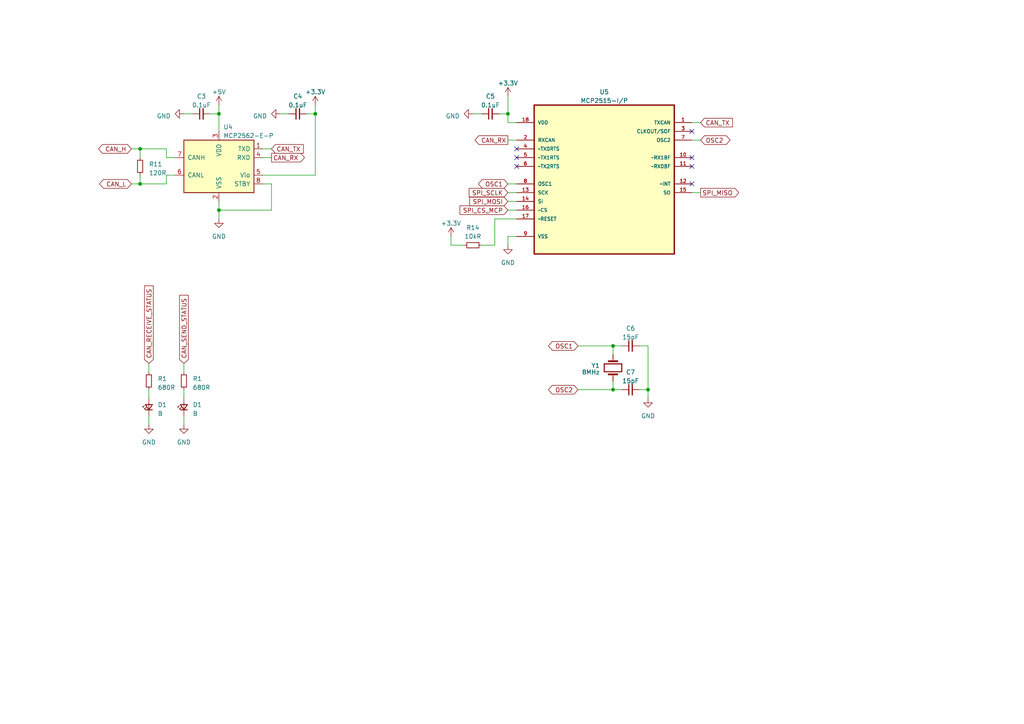
<source format=kicad_sch>
(kicad_sch (version 20231120) (generator "eeschema") (generator_version "8.0")
  (paper "A4")
  (lib_symbols
    (symbol "Device:C_Small" (pin_numbers hide) (pin_names (offset 0.254) hide)
      (property "Reference" "C" (at 0.254 1.778 0))
      (property "Value" "C_Small" (at 0.254 -2.032 0))
      (symbol "C_Small_0_1"
        (polyline (pts (xy -1.524 -0.508) (xy 1.524 -0.508)) (stroke (width 0.3302)))
        (polyline (pts (xy -1.524 0.508) (xy 1.524 0.508)) (stroke (width 0.3048)))
      )
      (symbol "C_Small_1_1"
        (pin passive line (at 0 2.54 270) (length 2.032) (name "~") (number "1"))
        (pin passive line (at 0 -2.54 90) (length 2.032) (name "~") (number "2"))
      )
    )
    (symbol "Device:Crystal" (pin_numbers hide) (pin_names (offset 1.016) hide)
      (property "Reference" "Y" (at 0 3.81 0))
      (property "Value" "Crystal" (at 0 -3.81 0))
      (symbol "Crystal_0_1"
        (rectangle (start -1.143 2.54) (end 1.143 -2.54) (stroke (width 0.3048)))
        (polyline (pts (xy -2.54 0) (xy -1.905 0)))
        (polyline (pts (xy -1.905 -1.27) (xy -1.905 1.27)) (stroke (width 0.508)))
        (polyline (pts (xy 1.905 -1.27) (xy 1.905 1.27)) (stroke (width 0.508)))
        (polyline (pts (xy 2.54 0) (xy 1.905 0)))
      )
      (symbol "Crystal_1_1"
        (pin passive line (at -3.81 0 0) (length 1.27) (name "1") (number "1"))
        (pin passive line (at 3.81 0 180) (length 1.27) (name "2") (number "2"))
      )
    )
    (symbol "Device:LED_Small" (pin_numbers hide) (pin_names (offset 0.254) hide)
      (property "Reference" "D" (at -1.27 3.175 0))
      (property "Value" "LED_Small" (at -4.445 -2.54 0))
      (symbol "LED_Small_0_1"
        (polyline (pts (xy -0.762 -1.016) (xy -0.762 1.016)) (stroke (width 0.254)))
        (polyline (pts (xy 1.016 0) (xy -0.762 0)))
        (polyline (pts (xy 0.762 -1.016) (xy -0.762 0) (xy 0.762 1.016) (xy 0.762 -1.016)) (stroke (width 0.254)))
        (polyline (pts (xy 0 0.762) (xy -0.508 1.27) (xy -0.254 1.27) (xy -0.508 1.27) (xy -0.508 1.016)))
        (polyline (pts (xy 0.508 1.27) (xy 0 1.778) (xy 0.254 1.778) (xy 0 1.778) (xy 0 1.524)))
      )
      (symbol "LED_Small_1_1"
        (pin passive line (at -2.54 0 0) (length 1.778) (name "K") (number "1"))
        (pin passive line (at 2.54 0 180) (length 1.778) (name "A") (number "2"))
      )
    )
    (symbol "Device:R_Small" (pin_numbers hide) (pin_names (offset 0.254) hide)
      (property "Reference" "R" (at 0.762 0.508 0))
      (property "Value" "R_Small" (at 0.762 -1.016 0))
      (symbol "R_Small_0_1"
        (rectangle (start -0.762 1.778) (end 0.762 -1.778) (stroke (width 0.2032)))
      )
      (symbol "R_Small_1_1"
        (pin passive line (at 0 2.54 270) (length 0.762) (name "~") (number "1"))
        (pin passive line (at 0 -2.54 90) (length 0.762) (name "~") (number "2"))
      )
    )
    (symbol "Interface_CAN_LIN:MCP2562-E-P" (pin_names (offset 1.016))
      (property "Reference" "U" (at -10.16 8.89 0))
      (property "Value" "MCP2562-E-P" (at 2.54 8.89 0))
      (symbol "MCP2562-E-P_0_1"
        (rectangle (start -10.16 7.62) (end 10.16 -7.62) (stroke (width 0.254)) (fill (type background)))
      )
      (symbol "MCP2562-E-P_1_1"
        (pin input line (at -12.7 5.08 0) (length 2.54) (name "TXD") (number "1"))
        (pin power_in line (at 0 -10.16 90) (length 2.54) (name "VSS") (number "2"))
        (pin power_in line (at 0 10.16 270) (length 2.54) (name "VDD") (number "3"))
        (pin output line (at -12.7 2.54 0) (length 2.54) (name "RXD") (number "4"))
        (pin power_in line (at -12.7 -2.54 0) (length 2.54) (name "Vio") (number "5"))
        (pin bidirectional line (at 12.7 -2.54 180) (length 2.54) (name "CANL") (number "6"))
        (pin bidirectional line (at 12.7 2.54 180) (length 2.54) (name "CANH") (number "7"))
        (pin input line (at -12.7 -5.08 0) (length 2.54) (name "STBY") (number "8"))
      )
    )
    (symbol "MCP2515-I_P:MCP2515-I/P" (pin_names (offset 1.016))
      (property "Reference" "U" (at -5.1308 20.2692 0))
      (property "Value" "MCP2515-I{slash}P" (at -5.2324 -29.718 0))
      (symbol "MCP2515-I/P_0_0"
        (rectangle (start -20.32 -25.4) (end 20.32 17.78) (stroke (width 0.4064)) (fill (type background)))
        (pin output line (at 25.4 12.7 180) (length 5.08) (name "TXCAN") (number "1"))
        (pin output line (at 25.4 2.54 180) (length 5.08) (name "~RX1BF") (number "10"))
        (pin output line (at 25.4 0 180) (length 5.08) (name "~RX0BF") (number "11"))
        (pin output line (at 25.4 -5.08 180) (length 5.08) (name "~INT") (number "12"))
        (pin input line (at -25.4 -7.62 0) (length 5.08) (name "SCK") (number "13"))
        (pin input line (at -25.4 -10.16 0) (length 5.08) (name "SI") (number "14"))
        (pin output line (at 25.4 -7.62 180) (length 5.08) (name "SO") (number "15"))
        (pin input line (at -25.4 -12.7 0) (length 5.08) (name "~CS") (number "16"))
        (pin input line (at -25.4 -15.24 0) (length 5.08) (name "~RESET") (number "17"))
        (pin power_in line (at -25.4 12.7 0) (length 5.08) (name "VDD") (number "18"))
        (pin input line (at -25.4 7.62 0) (length 5.08) (name "RXCAN") (number "2"))
        (pin output line (at 25.4 10.16 180) (length 5.08) (name "CLKOUT/SOF") (number "3"))
        (pin input line (at -25.4 5.08 0) (length 5.08) (name "~TX0RTS") (number "4"))
        (pin input line (at -25.4 2.54 0) (length 5.08) (name "~TX1RTS") (number "5"))
        (pin input line (at -25.4 0 0) (length 5.08) (name "~TX2RTS") (number "6"))
        (pin output line (at 25.4 7.62 180) (length 5.08) (name "OSC2") (number "7"))
        (pin input line (at -25.4 -5.08 0) (length 5.08) (name "OSC1") (number "8"))
        (pin power_in line (at -25.4 -20.32 0) (length 5.08) (name "VSS") (number "9"))
      )
    )
    (symbol "power:+3.3V" (power) (pin_names (offset 0))
      (property "Value" "+3.3V" (at 0 3.556 0))
      (symbol "+3.3V_0_1"
        (polyline (pts (xy -0.762 1.27) (xy 0 2.54)))
        (polyline (pts (xy 0 0) (xy 0 2.54)))
        (polyline (pts (xy 0 2.54) (xy 0.762 1.27)))
      )
      (symbol "+3.3V_1_1"
        (pin power_in line (at 0 0 90) (length 0) hide (name "+3.3V") (number "1"))
      )
    )
    (symbol "power:+5V" (power) (pin_names (offset 0))
      (property "Value" "+5V" (at 0 3.556 0))
      (symbol "+5V_0_1"
        (polyline (pts (xy -0.762 1.27) (xy 0 2.54)))
        (polyline (pts (xy 0 0) (xy 0 2.54)))
        (polyline (pts (xy 0 2.54) (xy 0.762 1.27)))
      )
      (symbol "+5V_1_1"
        (pin power_in line (at 0 0 90) (length 0) hide (name "+5V") (number "1"))
      )
    )
    (symbol "power:GND" (power) (pin_names (offset 0))
      (property "Value" "GND" (at 0 -3.81 0))
      (symbol "GND_0_1"
        (polyline (pts (xy 0 0) (xy 0 -1.27) (xy 1.27 -1.27) (xy 0 -2.54) (xy -1.27 -1.27) (xy 0 -1.27)))
      )
      (symbol "GND_1_1"
        (pin power_in line (at 0 0 270) (length 0) hide (name "GND") (number "1"))
      )
    )
  )
  (junction (at 187.96 113.03))
  (junction (at 177.8 113.03))
  (junction (at 147.32 33.02))
  (junction (at 63.5 33.02))
  (junction (at 91.44 33.02))
  (junction (at 40.64 43.18))
  (junction (at 177.8 100.33))
  (junction (at 63.5 60.96))
  (junction (at 40.64 53.34))
  (no_connect (at 149.86 45.72))
  (no_connect (at 149.86 43.18))
  (no_connect (at 200.66 53.34))
  (no_connect (at 200.66 45.72))
  (no_connect (at 200.66 48.26))
  (no_connect (at 200.66 38.1))
  (no_connect (at 149.86 48.26))
  (wire (pts (xy 137.16 33.02) (xy 139.7 33.02)))
  (wire (pts (xy 63.5 60.96) (xy 63.5 63.5)))
  (wire (pts (xy 63.5 30.48) (xy 63.5 33.02)))
  (wire (pts (xy 63.5 58.42) (xy 63.5 60.96)))
  (wire (pts (xy 43.18 113.03) (xy 43.18 115.57)))
  (wire (pts (xy 78.74 60.96) (xy 63.5 60.96)))
  (wire (pts (xy 76.2 50.8) (xy 91.44 50.8)))
  (wire (pts (xy 147.32 40.64) (xy 149.86 40.64)))
  (wire (pts (xy 76.2 45.72) (xy 78.74 45.72)))
  (wire (pts (xy 40.64 53.34) (xy 48.26 53.34)))
  (wire (pts (xy 147.32 60.96) (xy 149.86 60.96)))
  (wire (pts (xy 177.8 100.33) (xy 180.34 100.33)))
  (wire (pts (xy 40.64 43.18) (xy 40.64 45.72)))
  (wire (pts (xy 200.66 40.64) (xy 203.2 40.64)))
  (wire (pts (xy 177.8 113.03) (xy 180.34 113.03)))
  (wire (pts (xy 60.96 33.02) (xy 63.5 33.02)))
  (wire (pts (xy 43.18 120.65) (xy 43.18 123.19)))
  (wire (pts (xy 50.8 50.8) (xy 48.26 50.8)))
  (wire (pts (xy 147.32 58.42) (xy 149.86 58.42)))
  (wire (pts (xy 185.42 100.33) (xy 187.96 100.33)))
  (wire (pts (xy 130.81 71.12) (xy 130.81 68.58)))
  (wire (pts (xy 187.96 115.57) (xy 187.96 113.03)))
  (wire (pts (xy 200.66 35.56) (xy 203.2 35.56)))
  (wire (pts (xy 147.32 27.94) (xy 147.32 33.02)))
  (wire (pts (xy 53.34 105.41) (xy 53.34 107.95)))
  (wire (pts (xy 38.1 53.34) (xy 40.64 53.34)))
  (wire (pts (xy 147.32 68.58) (xy 149.86 68.58)))
  (wire (pts (xy 143.51 63.5) (xy 143.51 71.12)))
  (wire (pts (xy 144.78 33.02) (xy 147.32 33.02)))
  (wire (pts (xy 48.26 50.8) (xy 48.26 53.34)))
  (wire (pts (xy 40.64 43.18) (xy 48.26 43.18)))
  (wire (pts (xy 53.34 113.03) (xy 53.34 115.57)))
  (wire (pts (xy 147.32 55.88) (xy 149.86 55.88)))
  (wire (pts (xy 91.44 33.02) (xy 91.44 50.8)))
  (wire (pts (xy 177.8 102.87) (xy 177.8 100.33)))
  (wire (pts (xy 147.32 35.56) (xy 149.86 35.56)))
  (wire (pts (xy 81.28 33.02) (xy 83.82 33.02)))
  (wire (pts (xy 48.26 45.72) (xy 48.26 43.18)))
  (wire (pts (xy 76.2 43.18) (xy 78.74 43.18)))
  (wire (pts (xy 177.8 110.49) (xy 177.8 113.03)))
  (wire (pts (xy 78.74 53.34) (xy 78.74 60.96)))
  (wire (pts (xy 149.86 63.5) (xy 143.51 63.5)))
  (wire (pts (xy 38.1 43.18) (xy 40.64 43.18)))
  (wire (pts (xy 88.9 33.02) (xy 91.44 33.02)))
  (wire (pts (xy 147.32 53.34) (xy 149.86 53.34)))
  (wire (pts (xy 40.64 50.8) (xy 40.64 53.34)))
  (wire (pts (xy 53.34 33.02) (xy 55.88 33.02)))
  (wire (pts (xy 147.32 33.02) (xy 147.32 35.56)))
  (wire (pts (xy 167.64 113.03) (xy 177.8 113.03)))
  (wire (pts (xy 200.66 55.88) (xy 203.2 55.88)))
  (wire (pts (xy 167.64 100.33) (xy 177.8 100.33)))
  (wire (pts (xy 187.96 113.03) (xy 187.96 100.33)))
  (wire (pts (xy 91.44 30.48) (xy 91.44 33.02)))
  (wire (pts (xy 185.42 113.03) (xy 187.96 113.03)))
  (wire (pts (xy 43.18 105.41) (xy 43.18 107.95)))
  (wire (pts (xy 143.51 71.12) (xy 139.7 71.12)))
  (wire (pts (xy 130.81 71.12) (xy 134.62 71.12)))
  (wire (pts (xy 50.8 45.72) (xy 48.26 45.72)))
  (wire (pts (xy 147.32 71.12) (xy 147.32 68.58)))
  (wire (pts (xy 76.2 53.34) (xy 78.74 53.34)))
  (wire (pts (xy 53.34 120.65) (xy 53.34 123.19)))
  (wire (pts (xy 63.5 33.02) (xy 63.5 38.1)))
  (global_label "CAN_TX" (shape input) (at 203.2 35.56 0) (property "Intersheetrefs" "${INTERSHEET_REFS}" (effects (hide yes))))
  (global_label "CAN_L" (shape bidirectional) (at 38.1 53.34 180) (property "Intersheetrefs" "${INTERSHEET_REFS}" (effects (hide yes))))
  (global_label "OSC1" (shape bidirectional) (at 167.64 100.33 180) (property "Intersheetrefs" "${INTERSHEET_REFS}" (effects (hide yes))))
  (global_label "CAN_H" (shape bidirectional) (at 38.1 43.18 180) (property "Intersheetrefs" "${INTERSHEET_REFS}" (effects (hide yes))))
  (global_label "OSC1" (shape bidirectional) (at 147.32 53.34 180) (property "Intersheetrefs" "${INTERSHEET_REFS}" (effects (hide yes))))
  (global_label "CAN_SEND_STATUS" (shape input) (at 53.34 105.41 90) (property "Intersheetrefs" "${INTERSHEET_REFS}" (effects (hide yes))))
  (global_label "CAN_RECEIVE_STATUS" (shape input) (at 43.18 105.41 90) (property "Intersheetrefs" "${INTERSHEET_REFS}" (effects (hide yes))))
  (global_label "CAN_TX" (shape input) (at 78.74 43.18 0) (property "Intersheetrefs" "${INTERSHEET_REFS}" (effects (hide yes))))
  (global_label "SPI_SCLK" (shape input) (at 147.32 55.88 180) (property "Intersheetrefs" "${INTERSHEET_REFS}" (effects (hide yes))))
  (global_label "SPI_CS_MCP" (shape input) (at 147.32 60.96 180) (property "Intersheetrefs" "${INTERSHEET_REFS}" (effects (hide yes))))
  (global_label "CAN_RX" (shape output) (at 78.74 45.72 0) (property "Intersheetrefs" "${INTERSHEET_REFS}" (effects (hide yes))))
  (global_label "SPI_MOSI" (shape input) (at 147.32 58.42 180) (property "Intersheetrefs" "${INTERSHEET_REFS}" (effects (hide yes))))
  (global_label "CAN_RX" (shape output) (at 147.32 40.64 180) (property "Intersheetrefs" "${INTERSHEET_REFS}" (effects (hide yes))))
  (global_label "OSC2" (shape bidirectional) (at 203.2 40.64 0) (property "Intersheetrefs" "${INTERSHEET_REFS}" (effects (hide yes))))
  (global_label "SPI_MISO" (shape output) (at 203.2 55.88 0) (property "Intersheetrefs" "${INTERSHEET_REFS}" (effects (hide yes))))
  (global_label "OSC2" (shape bidirectional) (at 167.64 113.03 180) (property "Intersheetrefs" "${INTERSHEET_REFS}" (effects (hide yes))))
  (symbol (lib_id "Device:LED_Small") (at 43.18 118.11 90) (unit 1)
    (property "Reference" "D1" (at 45.72 117.4115 90) (effects (justify right)))
    (property "Value" "B" (at 45.72 119.9515 90) (effects (justify right)))
    (property "Footprint" "LED_SMD:LED_0603_1608Metric_Pad1.05x0.95mm_HandSolder" (effects (hide yes)))
    (property "Datasheet" "https://akizukidenshi.com/catalog/g/gI-03982/" (effects (hide yes)))
    (instances (project "FlightModule" (path "" (reference "D1") (unit 1)) (path "" (reference "D6") (unit 1))) (project "SensingModule" (path "" (reference "D5") (unit 1))))
  )
  (symbol (lib_id "Device:LED_Small") (at 53.34 118.11 90) (unit 1)
    (property "Reference" "D1" (at 55.88 117.4115 90) (effects (justify right)))
    (property "Value" "B" (at 55.88 119.9515 90) (effects (justify right)))
    (property "Footprint" "LED_SMD:LED_0603_1608Metric_Pad1.05x0.95mm_HandSolder" (effects (hide yes)))
    (property "Datasheet" "https://akizukidenshi.com/catalog/g/gI-03982/" (effects (hide yes)))
    (instances (project "FlightModule" (path "" (reference "D1") (unit 1)) (path "" (reference "D7") (unit 1))) (project "SensingModule" (path "" (reference "D6") (unit 1))))
  )
  (symbol (lib_id "power:GND") (at 81.28 33.02 270) (unit 1)
    (property "Reference" "#PWR025" (effects (hide yes)))
    (property "Value" "GND" (at 77.47 33.655 90) (effects (justify right)))
    (instances (project "FlightModule" (path "" (reference "#PWR025") (unit 1))) (project "SensingModule" (path "" (reference "#PWR019") (unit 1))) (project "SystemData" (path "" (reference "#PWR06") (unit 1))))
  )
  (symbol (lib_id "power:+5V") (at 63.5 30.48 0) (unit 1)
    (property "Reference" "#PWR023" (effects (hide yes)))
    (property "Value" "+5V" (at 63.5 26.67 0))
    (instances (project "FlightModule" (path "" (reference "#PWR023") (unit 1))) (project "SensingModule" (path "" (reference "#PWR017") (unit 1))) (project "SystemData" (path "" (reference "#PWR07") (unit 1))))
  )
  (symbol (lib_id "power:GND") (at 43.18 123.19 0) (unit 1)
    (property "Reference" "#PWR037" (effects (hide yes)))
    (property "Value" "GND" (at 43.18 128.27 0))
    (instances (project "FlightModule" (path "" (reference "#PWR037") (unit 1)) (path "" (reference "#PWR020") (unit 1))) (project "SensingModule" (path "" (reference "#PWR014") (unit 1))) (project "SystemData" (path "" (reference "#PWR021") (unit 1))))
  )
  (symbol (lib_id "Device:Crystal") (at 177.8 106.68 270) (mirror x) (unit 1)
    (property "Reference" "Y1" (at 173.99 106.045 90) (effects (justify right)))
    (property "Value" "8MHz" (at 173.99 107.95 90) (effects (justify right)))
    (property "Footprint" "Crystal:Crystal_SMD_HC49-SD" (effects (hide yes)))
    (property "Datasheet" "https://akizukidenshi.com/catalog/g/gP-08667/" (effects (hide yes)))
  )
  (symbol (lib_id "power:GND") (at 53.34 33.02 270) (unit 1)
    (property "Reference" "#PWR021" (effects (hide yes)))
    (property "Value" "GND" (at 49.53 33.655 90) (effects (justify right)))
    (instances (project "FlightModule" (path "" (reference "#PWR021") (unit 1))) (project "SensingModule" (path "" (reference "#PWR015") (unit 1))) (project "SystemData" (path "" (reference "#PWR06") (unit 1))))
  )
  (symbol (lib_id "power:+3.3V") (at 147.32 27.94 0) (unit 1)
    (property "Reference" "#PWR029" (effects (hide yes)))
    (property "Value" "+3.3V" (at 147.32 24.13 0))
    (instances (project "FlightModule" (path "" (reference "#PWR029") (unit 1))) (project "SensingModule" (path "" (reference "#PWR023") (unit 1))) (project "SystemData" (path "" (reference "#PWR016") (unit 1))))
  )
  (symbol (lib_id "Device:C_Small") (at 182.88 100.33 90) (unit 1)
    (property "Reference" "C6" (at 182.8863 95.25 90))
    (property "Value" "15pF" (at 182.8863 97.79 90))
    (property "Footprint" "Capacitor_SMD:C_0603_1608Metric_Pad1.08x0.95mm_HandSolder" (effects (hide yes)))
    (property "Datasheet" "https://akizukidenshi.com/catalog/g/gP-16143/" (effects (hide yes)))
    (instances (project "FlightModule" (path "" (reference "C6") (unit 1))) (project "SensingModule" (path "" (reference "C7") (unit 1))))
  )
  (symbol (lib_id "power:+3.3V") (at 130.81 68.58 0) (unit 1)
    (property "Reference" "#PWR027" (effects (hide yes)))
    (property "Value" "+3.3V" (at 130.81 64.77 0))
    (instances (project "FlightModule" (path "" (reference "#PWR027") (unit 1))) (project "SensingModule" (path "" (reference "#PWR021") (unit 1))) (project "SystemData" (path "" (reference "#PWR015") (unit 1))))
  )
  (symbol (lib_id "power:+3.3V") (at 91.44 30.48 0) (unit 1)
    (property "Reference" "#PWR026" (effects (hide yes)))
    (property "Value" "+3.3V" (at 91.44 26.67 0))
    (instances (project "FlightModule" (path "" (reference "#PWR026") (unit 1))) (project "SensingModule" (path "" (reference "#PWR020") (unit 1))) (project "SystemData" (path "" (reference "#PWR012") (unit 1))))
  )
  (symbol (lib_id "power:GND") (at 147.32 71.12 0) (unit 1)
    (property "Reference" "#PWR030" (effects (hide yes)))
    (property "Value" "GND" (at 147.32 76.2 0))
    (instances (project "FlightModule" (path "" (reference "#PWR030") (unit 1))) (project "SensingModule" (path "" (reference "#PWR024") (unit 1))) (project "SystemData" (path "" (reference "#PWR017") (unit 1))))
  )
  (symbol (lib_id "Interface_CAN_LIN:MCP2562-E-P") (at 63.5 48.26 0) (mirror y) (unit 1)
    (property "Reference" "U4" (at 64.77 36.83 0) (effects (justify right)))
    (property "Value" "MCP2562-E-P" (at 64.77 39.37 0) (effects (justify right)))
    (property "Footprint" "Package_DIP:DIP-8_W7.62mm" (effects (hide yes)))
    (property "Datasheet" "https://akizukidenshi.com/catalog/g/gI-14383/" (effects (hide yes)))
    (instances (project "FlightModule" (path "" (reference "U4") (unit 1))) (project "SensingModule" (path "" (reference "U3") (unit 1))) (project "SystemData" (path "" (reference "U1") (unit 1))))
  )
  (symbol (lib_id "Device:R_Small") (at 137.16 71.12 90) (unit 1)
    (property "Reference" "R14" (at 137.16 66.04 90))
    (property "Value" "10kR" (at 137.16 68.58 90))
    (property "Footprint" "Resistor_SMD:R_0603_1608Metric_Pad0.98x0.95mm_HandSolder" (effects (hide yes)))
    (property "Datasheet" "https://www.chip1stop.com/view/dispDetail/DispDetail?partId=ROHM-0021098" (effects (hide yes)))
    (instances (project "FlightModule" (path "" (reference "R14") (unit 1))) (project "SensingModule" (path "" (reference "R9") (unit 1))))
  )
  (symbol (lib_id "power:GND") (at 53.34 123.19 0) (unit 1)
    (property "Reference" "#PWR037" (effects (hide yes)))
    (property "Value" "GND" (at 53.34 128.27 0))
    (instances (project "FlightModule" (path "" (reference "#PWR037") (unit 1)) (path "" (reference "#PWR022") (unit 1))) (project "SensingModule" (path "" (reference "#PWR016") (unit 1))) (project "SystemData" (path "" (reference "#PWR021") (unit 1))))
  )
  (symbol (lib_id "power:GND") (at 187.96 115.57 0) (unit 1)
    (property "Reference" "#PWR031" (effects (hide yes)))
    (property "Value" "GND" (at 187.96 120.65 0))
    (instances (project "FlightModule" (path "" (reference "#PWR031") (unit 1))) (project "SensingModule" (path "" (reference "#PWR025") (unit 1))) (project "SystemData" (path "" (reference "#PWR025") (unit 1))))
  )
  (symbol (lib_id "power:GND") (at 63.5 63.5 0) (unit 1)
    (property "Reference" "#PWR024" (effects (hide yes)))
    (property "Value" "GND" (at 63.5 68.58 0))
    (instances (project "FlightModule" (path "" (reference "#PWR024") (unit 1))) (project "SensingModule" (path "" (reference "#PWR018") (unit 1))) (project "SystemData" (path "" (reference "#PWR08") (unit 1))))
  )
  (symbol (lib_id "Device:C_Small") (at 58.42 33.02 90) (unit 1)
    (property "Reference" "C3" (at 58.4263 27.94 90))
    (property "Value" "0.1uF" (at 58.4263 30.48 90))
    (property "Footprint" "Capacitor_SMD:C_0603_1608Metric_Pad1.08x0.95mm_HandSolder" (effects (hide yes)))
    (property "Datasheet" "https://akizukidenshi.com/catalog/g/gP-16143/" (effects (hide yes)))
    (instances (project "FlightModule" (path "" (reference "C3") (unit 1))) (project "SensingModule" (path "" (reference "C4") (unit 1))))
  )
  (symbol (lib_id "Device:R_Small") (at 53.34 110.49 0) (unit 1)
    (property "Reference" "R1" (at 55.88 109.855 0) (effects (justify left)))
    (property "Value" "680R" (at 55.88 112.395 0) (effects (justify left)))
    (property "Footprint" "Resistor_SMD:R_0603_1608Metric_Pad0.98x0.95mm_HandSolder" (effects (hide yes)))
    (property "Datasheet" "https://www.chip1stop.com/view/dispDetail/DispDetail?partId=ROHM-0040175" (effects (hide yes)))
    (instances (project "FlightModule" (path "" (reference "R1") (unit 1)) (path "" (reference "R13") (unit 1))) (project "SensingModule" (path "" (reference "R8") (unit 1))))
  )
  (symbol (lib_id "Device:C_Small") (at 182.88 113.03 90) (unit 1)
    (property "Reference" "C7" (at 182.8863 107.95 90))
    (property "Value" "15pF" (at 182.8863 110.49 90))
    (property "Footprint" "Capacitor_SMD:C_0603_1608Metric_Pad1.08x0.95mm_HandSolder" (effects (hide yes)))
    (property "Datasheet" "https://akizukidenshi.com/catalog/g/gP-16143/" (effects (hide yes)))
    (instances (project "FlightModule" (path "" (reference "C7") (unit 1))) (project "SensingModule" (path "" (reference "C8") (unit 1))))
  )
  (symbol (lib_id "Device:R_Small") (at 43.18 110.49 0) (unit 1)
    (property "Reference" "R1" (at 45.72 109.855 0) (effects (justify left)))
    (property "Value" "680R" (at 45.72 112.395 0) (effects (justify left)))
    (property "Footprint" "Resistor_SMD:R_0603_1608Metric_Pad0.98x0.95mm_HandSolder" (effects (hide yes)))
    (property "Datasheet" "https://www.chip1stop.com/view/dispDetail/DispDetail?partId=ROHM-0040175" (effects (hide yes)))
    (instances (project "FlightModule" (path "" (reference "R1") (unit 1)) (path "" (reference "R12") (unit 1))) (project "SensingModule" (path "" (reference "R7") (unit 1))))
  )
  (symbol (lib_id "Device:C_Small") (at 142.24 33.02 90) (unit 1)
    (property "Reference" "C5" (at 142.2463 27.94 90))
    (property "Value" "0.1uF" (at 142.2463 30.48 90))
    (property "Footprint" "Capacitor_SMD:C_0603_1608Metric_Pad1.08x0.95mm_HandSolder" (effects (hide yes)))
    (property "Datasheet" "https://akizukidenshi.com/catalog/g/gP-16143/" (effects (hide yes)))
    (instances (project "FlightModule" (path "" (reference "C5") (unit 1))) (project "SensingModule" (path "" (reference "C6") (unit 1))))
  )
  (symbol (lib_id "Device:R_Small") (at 40.64 48.26 0) (unit 1)
    (property "Reference" "R11" (at 43.18 47.625 0) (effects (justify left)))
    (property "Value" "120R" (at 43.18 50.165 0) (effects (justify left)))
    (property "Footprint" "Resistor_SMD:R_0603_1608Metric_Pad0.98x0.95mm_HandSolder" (effects (hide yes)))
    (property "Datasheet" "https://www.chip1stop.com/view/dispDetail/DispDetail?partId=ROHM-0040116" (effects (hide yes)))
    (instances (project "FlightModule" (path "" (reference "R11") (unit 1))) (project "SensingModule" (path "" (reference "R6") (unit 1))))
  )
  (symbol (lib_id "power:GND") (at 137.16 33.02 270) (unit 1)
    (property "Reference" "#PWR028" (effects (hide yes)))
    (property "Value" "GND" (at 133.35 33.655 90) (effects (justify right)))
    (instances (project "FlightModule" (path "" (reference "#PWR028") (unit 1))) (project "SensingModule" (path "" (reference "#PWR022") (unit 1))) (project "SystemData" (path "" (reference "#PWR06") (unit 1))))
  )
  (symbol (lib_id "MCP2515-I_P:MCP2515-I/P") (at 175.26 48.26 0) (unit 1)
    (property "Reference" "U5" (at 175.26 26.67 0))
    (property "Value" "MCP2515-I/P" (at 175.26 29.21 0))
    (property "Footprint" "Package_DIP:DIP-18_W7.62mm" (effects (hide yes)))
    (property "Datasheet" "https://akizukidenshi.com/catalog/g/gI-12030/" (effects (hide yes)))
    (property "MPN" "MCP2515-I/P" (effects (hide yes)))
    (property "OC_FARNELL" "1439391" (effects (hide yes)))
    (property "PACKAGE" "PDIP-18" (effects (hide yes)))
    (property "SUPPLIER" "MICROCHIP" (effects (hide yes)))
    (property "DESCRIPTION" "CAN CONTRL" (effects (hide yes)))
    (property "OC_NEWARK" "61K2945" (effects (hide yes)))
    (instances (project "FlightModule" (path "" (reference "U5") (unit 1))) (project "SensingModule" (path "" (reference "U4") (unit 1))) (project "SystemData" (path "" (reference "U2") (unit 1))))
  )
  (symbol (lib_id "Device:C_Small") (at 86.36 33.02 90) (unit 1)
    (property "Reference" "C4" (at 86.3663 27.94 90))
    (property "Value" "0.1uF" (at 86.3663 30.48 90))
    (property "Footprint" "Capacitor_SMD:C_0603_1608Metric_Pad1.08x0.95mm_HandSolder" (effects (hide yes)))
    (property "Datasheet" "https://akizukidenshi.com/catalog/g/gP-16143/" (effects (hide yes)))
    (instances (project "FlightModule" (path "" (reference "C4") (unit 1))) (project "SensingModule" (path "" (reference "C5") (unit 1))))
  )
)
</source>
